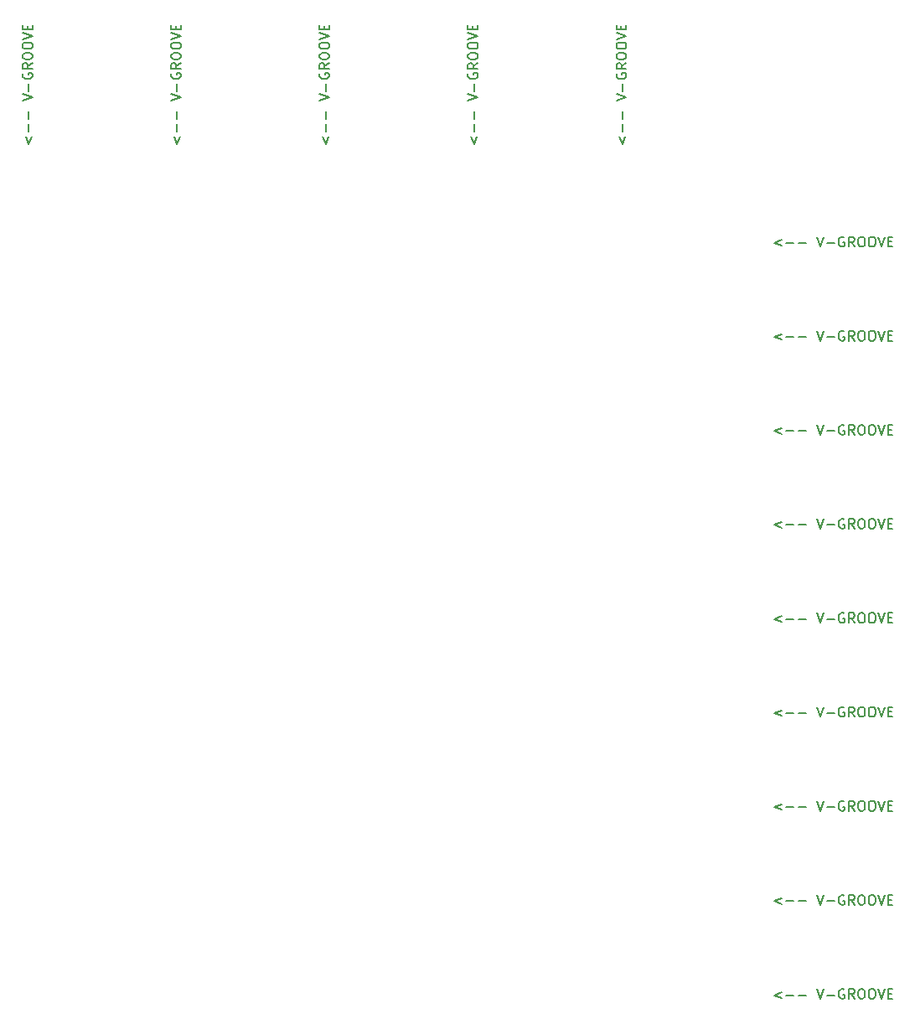
<source format=gbr>
G04 #@! TF.GenerationSoftware,KiCad,Pcbnew,(5.1.0)-1*
G04 #@! TF.CreationDate,2020-07-15T16:06:44-04:00*
G04 #@! TF.ProjectId,Breakout Panelized,42726561-6b6f-4757-9420-50616e656c69,rev?*
G04 #@! TF.SameCoordinates,Original*
G04 #@! TF.FileFunction,Other,Comment*
%FSLAX46Y46*%
G04 Gerber Fmt 4.6, Leading zero omitted, Abs format (unit mm)*
G04 Created by KiCad (PCBNEW (5.1.0)-1) date 2020-07-15 16:06:44*
%MOMM*%
%LPD*%
G04 APERTURE LIST*
%ADD10C,0.150000*%
G04 APERTURE END LIST*
D10*
X160360714Y-52614285D02*
X160646428Y-53376190D01*
X160932142Y-52614285D01*
X160646428Y-52138095D02*
X160646428Y-51376190D01*
X160646428Y-50900000D02*
X160646428Y-50138095D01*
X160027380Y-49042857D02*
X161027380Y-48709523D01*
X160027380Y-48376190D01*
X160646428Y-48042857D02*
X160646428Y-47280952D01*
X160075000Y-46280952D02*
X160027380Y-46376190D01*
X160027380Y-46519047D01*
X160075000Y-46661904D01*
X160170238Y-46757142D01*
X160265476Y-46804761D01*
X160455952Y-46852380D01*
X160598809Y-46852380D01*
X160789285Y-46804761D01*
X160884523Y-46757142D01*
X160979761Y-46661904D01*
X161027380Y-46519047D01*
X161027380Y-46423809D01*
X160979761Y-46280952D01*
X160932142Y-46233333D01*
X160598809Y-46233333D01*
X160598809Y-46423809D01*
X161027380Y-45233333D02*
X160551190Y-45566666D01*
X161027380Y-45804761D02*
X160027380Y-45804761D01*
X160027380Y-45423809D01*
X160075000Y-45328571D01*
X160122619Y-45280952D01*
X160217857Y-45233333D01*
X160360714Y-45233333D01*
X160455952Y-45280952D01*
X160503571Y-45328571D01*
X160551190Y-45423809D01*
X160551190Y-45804761D01*
X160027380Y-44614285D02*
X160027380Y-44423809D01*
X160075000Y-44328571D01*
X160170238Y-44233333D01*
X160360714Y-44185714D01*
X160694047Y-44185714D01*
X160884523Y-44233333D01*
X160979761Y-44328571D01*
X161027380Y-44423809D01*
X161027380Y-44614285D01*
X160979761Y-44709523D01*
X160884523Y-44804761D01*
X160694047Y-44852380D01*
X160360714Y-44852380D01*
X160170238Y-44804761D01*
X160075000Y-44709523D01*
X160027380Y-44614285D01*
X160027380Y-43566666D02*
X160027380Y-43376190D01*
X160075000Y-43280952D01*
X160170238Y-43185714D01*
X160360714Y-43138095D01*
X160694047Y-43138095D01*
X160884523Y-43185714D01*
X160979761Y-43280952D01*
X161027380Y-43376190D01*
X161027380Y-43566666D01*
X160979761Y-43661904D01*
X160884523Y-43757142D01*
X160694047Y-43804761D01*
X160360714Y-43804761D01*
X160170238Y-43757142D01*
X160075000Y-43661904D01*
X160027380Y-43566666D01*
X160027380Y-42852380D02*
X161027380Y-42519047D01*
X160027380Y-42185714D01*
X160503571Y-41852380D02*
X160503571Y-41519047D01*
X161027380Y-41376190D02*
X161027380Y-41852380D01*
X160027380Y-41852380D01*
X160027380Y-41376190D01*
X130360714Y-52614285D02*
X130646428Y-53376190D01*
X130932142Y-52614285D01*
X130646428Y-52138095D02*
X130646428Y-51376190D01*
X130646428Y-50900000D02*
X130646428Y-50138095D01*
X130027380Y-49042857D02*
X131027380Y-48709523D01*
X130027380Y-48376190D01*
X130646428Y-48042857D02*
X130646428Y-47280952D01*
X130075000Y-46280952D02*
X130027380Y-46376190D01*
X130027380Y-46519047D01*
X130075000Y-46661904D01*
X130170238Y-46757142D01*
X130265476Y-46804761D01*
X130455952Y-46852380D01*
X130598809Y-46852380D01*
X130789285Y-46804761D01*
X130884523Y-46757142D01*
X130979761Y-46661904D01*
X131027380Y-46519047D01*
X131027380Y-46423809D01*
X130979761Y-46280952D01*
X130932142Y-46233333D01*
X130598809Y-46233333D01*
X130598809Y-46423809D01*
X131027380Y-45233333D02*
X130551190Y-45566666D01*
X131027380Y-45804761D02*
X130027380Y-45804761D01*
X130027380Y-45423809D01*
X130075000Y-45328571D01*
X130122619Y-45280952D01*
X130217857Y-45233333D01*
X130360714Y-45233333D01*
X130455952Y-45280952D01*
X130503571Y-45328571D01*
X130551190Y-45423809D01*
X130551190Y-45804761D01*
X130027380Y-44614285D02*
X130027380Y-44423809D01*
X130075000Y-44328571D01*
X130170238Y-44233333D01*
X130360714Y-44185714D01*
X130694047Y-44185714D01*
X130884523Y-44233333D01*
X130979761Y-44328571D01*
X131027380Y-44423809D01*
X131027380Y-44614285D01*
X130979761Y-44709523D01*
X130884523Y-44804761D01*
X130694047Y-44852380D01*
X130360714Y-44852380D01*
X130170238Y-44804761D01*
X130075000Y-44709523D01*
X130027380Y-44614285D01*
X130027380Y-43566666D02*
X130027380Y-43376190D01*
X130075000Y-43280952D01*
X130170238Y-43185714D01*
X130360714Y-43138095D01*
X130694047Y-43138095D01*
X130884523Y-43185714D01*
X130979761Y-43280952D01*
X131027380Y-43376190D01*
X131027380Y-43566666D01*
X130979761Y-43661904D01*
X130884523Y-43757142D01*
X130694047Y-43804761D01*
X130360714Y-43804761D01*
X130170238Y-43757142D01*
X130075000Y-43661904D01*
X130027380Y-43566666D01*
X130027380Y-42852380D02*
X131027380Y-42519047D01*
X130027380Y-42185714D01*
X130503571Y-41852380D02*
X130503571Y-41519047D01*
X131027380Y-41376190D02*
X131027380Y-41852380D01*
X130027380Y-41852380D01*
X130027380Y-41376190D01*
X145360714Y-52614285D02*
X145646428Y-53376190D01*
X145932142Y-52614285D01*
X145646428Y-52138095D02*
X145646428Y-51376190D01*
X145646428Y-50900000D02*
X145646428Y-50138095D01*
X145027380Y-49042857D02*
X146027380Y-48709523D01*
X145027380Y-48376190D01*
X145646428Y-48042857D02*
X145646428Y-47280952D01*
X145075000Y-46280952D02*
X145027380Y-46376190D01*
X145027380Y-46519047D01*
X145075000Y-46661904D01*
X145170238Y-46757142D01*
X145265476Y-46804761D01*
X145455952Y-46852380D01*
X145598809Y-46852380D01*
X145789285Y-46804761D01*
X145884523Y-46757142D01*
X145979761Y-46661904D01*
X146027380Y-46519047D01*
X146027380Y-46423809D01*
X145979761Y-46280952D01*
X145932142Y-46233333D01*
X145598809Y-46233333D01*
X145598809Y-46423809D01*
X146027380Y-45233333D02*
X145551190Y-45566666D01*
X146027380Y-45804761D02*
X145027380Y-45804761D01*
X145027380Y-45423809D01*
X145075000Y-45328571D01*
X145122619Y-45280952D01*
X145217857Y-45233333D01*
X145360714Y-45233333D01*
X145455952Y-45280952D01*
X145503571Y-45328571D01*
X145551190Y-45423809D01*
X145551190Y-45804761D01*
X145027380Y-44614285D02*
X145027380Y-44423809D01*
X145075000Y-44328571D01*
X145170238Y-44233333D01*
X145360714Y-44185714D01*
X145694047Y-44185714D01*
X145884523Y-44233333D01*
X145979761Y-44328571D01*
X146027380Y-44423809D01*
X146027380Y-44614285D01*
X145979761Y-44709523D01*
X145884523Y-44804761D01*
X145694047Y-44852380D01*
X145360714Y-44852380D01*
X145170238Y-44804761D01*
X145075000Y-44709523D01*
X145027380Y-44614285D01*
X145027380Y-43566666D02*
X145027380Y-43376190D01*
X145075000Y-43280952D01*
X145170238Y-43185714D01*
X145360714Y-43138095D01*
X145694047Y-43138095D01*
X145884523Y-43185714D01*
X145979761Y-43280952D01*
X146027380Y-43376190D01*
X146027380Y-43566666D01*
X145979761Y-43661904D01*
X145884523Y-43757142D01*
X145694047Y-43804761D01*
X145360714Y-43804761D01*
X145170238Y-43757142D01*
X145075000Y-43661904D01*
X145027380Y-43566666D01*
X145027380Y-42852380D02*
X146027380Y-42519047D01*
X145027380Y-42185714D01*
X145503571Y-41852380D02*
X145503571Y-41519047D01*
X146027380Y-41376190D02*
X146027380Y-41852380D01*
X145027380Y-41852380D01*
X145027380Y-41376190D01*
X115360714Y-52614285D02*
X115646428Y-53376190D01*
X115932142Y-52614285D01*
X115646428Y-52138095D02*
X115646428Y-51376190D01*
X115646428Y-50900000D02*
X115646428Y-50138095D01*
X115027380Y-49042857D02*
X116027380Y-48709523D01*
X115027380Y-48376190D01*
X115646428Y-48042857D02*
X115646428Y-47280952D01*
X115075000Y-46280952D02*
X115027380Y-46376190D01*
X115027380Y-46519047D01*
X115075000Y-46661904D01*
X115170238Y-46757142D01*
X115265476Y-46804761D01*
X115455952Y-46852380D01*
X115598809Y-46852380D01*
X115789285Y-46804761D01*
X115884523Y-46757142D01*
X115979761Y-46661904D01*
X116027380Y-46519047D01*
X116027380Y-46423809D01*
X115979761Y-46280952D01*
X115932142Y-46233333D01*
X115598809Y-46233333D01*
X115598809Y-46423809D01*
X116027380Y-45233333D02*
X115551190Y-45566666D01*
X116027380Y-45804761D02*
X115027380Y-45804761D01*
X115027380Y-45423809D01*
X115075000Y-45328571D01*
X115122619Y-45280952D01*
X115217857Y-45233333D01*
X115360714Y-45233333D01*
X115455952Y-45280952D01*
X115503571Y-45328571D01*
X115551190Y-45423809D01*
X115551190Y-45804761D01*
X115027380Y-44614285D02*
X115027380Y-44423809D01*
X115075000Y-44328571D01*
X115170238Y-44233333D01*
X115360714Y-44185714D01*
X115694047Y-44185714D01*
X115884523Y-44233333D01*
X115979761Y-44328571D01*
X116027380Y-44423809D01*
X116027380Y-44614285D01*
X115979761Y-44709523D01*
X115884523Y-44804761D01*
X115694047Y-44852380D01*
X115360714Y-44852380D01*
X115170238Y-44804761D01*
X115075000Y-44709523D01*
X115027380Y-44614285D01*
X115027380Y-43566666D02*
X115027380Y-43376190D01*
X115075000Y-43280952D01*
X115170238Y-43185714D01*
X115360714Y-43138095D01*
X115694047Y-43138095D01*
X115884523Y-43185714D01*
X115979761Y-43280952D01*
X116027380Y-43376190D01*
X116027380Y-43566666D01*
X115979761Y-43661904D01*
X115884523Y-43757142D01*
X115694047Y-43804761D01*
X115360714Y-43804761D01*
X115170238Y-43757142D01*
X115075000Y-43661904D01*
X115027380Y-43566666D01*
X115027380Y-42852380D02*
X116027380Y-42519047D01*
X115027380Y-42185714D01*
X115503571Y-41852380D02*
X115503571Y-41519047D01*
X116027380Y-41376190D02*
X116027380Y-41852380D01*
X115027380Y-41852380D01*
X115027380Y-41376190D01*
X100360714Y-52614285D02*
X100646428Y-53376190D01*
X100932142Y-52614285D01*
X100646428Y-52138095D02*
X100646428Y-51376190D01*
X100646428Y-50900000D02*
X100646428Y-50138095D01*
X100027380Y-49042857D02*
X101027380Y-48709523D01*
X100027380Y-48376190D01*
X100646428Y-48042857D02*
X100646428Y-47280952D01*
X100075000Y-46280952D02*
X100027380Y-46376190D01*
X100027380Y-46519047D01*
X100075000Y-46661904D01*
X100170238Y-46757142D01*
X100265476Y-46804761D01*
X100455952Y-46852380D01*
X100598809Y-46852380D01*
X100789285Y-46804761D01*
X100884523Y-46757142D01*
X100979761Y-46661904D01*
X101027380Y-46519047D01*
X101027380Y-46423809D01*
X100979761Y-46280952D01*
X100932142Y-46233333D01*
X100598809Y-46233333D01*
X100598809Y-46423809D01*
X101027380Y-45233333D02*
X100551190Y-45566666D01*
X101027380Y-45804761D02*
X100027380Y-45804761D01*
X100027380Y-45423809D01*
X100075000Y-45328571D01*
X100122619Y-45280952D01*
X100217857Y-45233333D01*
X100360714Y-45233333D01*
X100455952Y-45280952D01*
X100503571Y-45328571D01*
X100551190Y-45423809D01*
X100551190Y-45804761D01*
X100027380Y-44614285D02*
X100027380Y-44423809D01*
X100075000Y-44328571D01*
X100170238Y-44233333D01*
X100360714Y-44185714D01*
X100694047Y-44185714D01*
X100884523Y-44233333D01*
X100979761Y-44328571D01*
X101027380Y-44423809D01*
X101027380Y-44614285D01*
X100979761Y-44709523D01*
X100884523Y-44804761D01*
X100694047Y-44852380D01*
X100360714Y-44852380D01*
X100170238Y-44804761D01*
X100075000Y-44709523D01*
X100027380Y-44614285D01*
X100027380Y-43566666D02*
X100027380Y-43376190D01*
X100075000Y-43280952D01*
X100170238Y-43185714D01*
X100360714Y-43138095D01*
X100694047Y-43138095D01*
X100884523Y-43185714D01*
X100979761Y-43280952D01*
X101027380Y-43376190D01*
X101027380Y-43566666D01*
X100979761Y-43661904D01*
X100884523Y-43757142D01*
X100694047Y-43804761D01*
X100360714Y-43804761D01*
X100170238Y-43757142D01*
X100075000Y-43661904D01*
X100027380Y-43566666D01*
X100027380Y-42852380D02*
X101027380Y-42519047D01*
X100027380Y-42185714D01*
X100503571Y-41852380D02*
X100503571Y-41519047D01*
X101027380Y-41376190D02*
X101027380Y-41852380D01*
X100027380Y-41852380D01*
X100027380Y-41376190D01*
X176710714Y-139110714D02*
X175948809Y-139396428D01*
X176710714Y-139682142D01*
X177186904Y-139396428D02*
X177948809Y-139396428D01*
X178425000Y-139396428D02*
X179186904Y-139396428D01*
X180282142Y-138777380D02*
X180615476Y-139777380D01*
X180948809Y-138777380D01*
X181282142Y-139396428D02*
X182044047Y-139396428D01*
X183044047Y-138825000D02*
X182948809Y-138777380D01*
X182805952Y-138777380D01*
X182663095Y-138825000D01*
X182567857Y-138920238D01*
X182520238Y-139015476D01*
X182472619Y-139205952D01*
X182472619Y-139348809D01*
X182520238Y-139539285D01*
X182567857Y-139634523D01*
X182663095Y-139729761D01*
X182805952Y-139777380D01*
X182901190Y-139777380D01*
X183044047Y-139729761D01*
X183091666Y-139682142D01*
X183091666Y-139348809D01*
X182901190Y-139348809D01*
X184091666Y-139777380D02*
X183758333Y-139301190D01*
X183520238Y-139777380D02*
X183520238Y-138777380D01*
X183901190Y-138777380D01*
X183996428Y-138825000D01*
X184044047Y-138872619D01*
X184091666Y-138967857D01*
X184091666Y-139110714D01*
X184044047Y-139205952D01*
X183996428Y-139253571D01*
X183901190Y-139301190D01*
X183520238Y-139301190D01*
X184710714Y-138777380D02*
X184901190Y-138777380D01*
X184996428Y-138825000D01*
X185091666Y-138920238D01*
X185139285Y-139110714D01*
X185139285Y-139444047D01*
X185091666Y-139634523D01*
X184996428Y-139729761D01*
X184901190Y-139777380D01*
X184710714Y-139777380D01*
X184615476Y-139729761D01*
X184520238Y-139634523D01*
X184472619Y-139444047D01*
X184472619Y-139110714D01*
X184520238Y-138920238D01*
X184615476Y-138825000D01*
X184710714Y-138777380D01*
X185758333Y-138777380D02*
X185948809Y-138777380D01*
X186044047Y-138825000D01*
X186139285Y-138920238D01*
X186186904Y-139110714D01*
X186186904Y-139444047D01*
X186139285Y-139634523D01*
X186044047Y-139729761D01*
X185948809Y-139777380D01*
X185758333Y-139777380D01*
X185663095Y-139729761D01*
X185567857Y-139634523D01*
X185520238Y-139444047D01*
X185520238Y-139110714D01*
X185567857Y-138920238D01*
X185663095Y-138825000D01*
X185758333Y-138777380D01*
X186472619Y-138777380D02*
X186805952Y-139777380D01*
X187139285Y-138777380D01*
X187472619Y-139253571D02*
X187805952Y-139253571D01*
X187948809Y-139777380D02*
X187472619Y-139777380D01*
X187472619Y-138777380D01*
X187948809Y-138777380D01*
X176710714Y-110610714D02*
X175948809Y-110896428D01*
X176710714Y-111182142D01*
X177186904Y-110896428D02*
X177948809Y-110896428D01*
X178425000Y-110896428D02*
X179186904Y-110896428D01*
X180282142Y-110277380D02*
X180615476Y-111277380D01*
X180948809Y-110277380D01*
X181282142Y-110896428D02*
X182044047Y-110896428D01*
X183044047Y-110325000D02*
X182948809Y-110277380D01*
X182805952Y-110277380D01*
X182663095Y-110325000D01*
X182567857Y-110420238D01*
X182520238Y-110515476D01*
X182472619Y-110705952D01*
X182472619Y-110848809D01*
X182520238Y-111039285D01*
X182567857Y-111134523D01*
X182663095Y-111229761D01*
X182805952Y-111277380D01*
X182901190Y-111277380D01*
X183044047Y-111229761D01*
X183091666Y-111182142D01*
X183091666Y-110848809D01*
X182901190Y-110848809D01*
X184091666Y-111277380D02*
X183758333Y-110801190D01*
X183520238Y-111277380D02*
X183520238Y-110277380D01*
X183901190Y-110277380D01*
X183996428Y-110325000D01*
X184044047Y-110372619D01*
X184091666Y-110467857D01*
X184091666Y-110610714D01*
X184044047Y-110705952D01*
X183996428Y-110753571D01*
X183901190Y-110801190D01*
X183520238Y-110801190D01*
X184710714Y-110277380D02*
X184901190Y-110277380D01*
X184996428Y-110325000D01*
X185091666Y-110420238D01*
X185139285Y-110610714D01*
X185139285Y-110944047D01*
X185091666Y-111134523D01*
X184996428Y-111229761D01*
X184901190Y-111277380D01*
X184710714Y-111277380D01*
X184615476Y-111229761D01*
X184520238Y-111134523D01*
X184472619Y-110944047D01*
X184472619Y-110610714D01*
X184520238Y-110420238D01*
X184615476Y-110325000D01*
X184710714Y-110277380D01*
X185758333Y-110277380D02*
X185948809Y-110277380D01*
X186044047Y-110325000D01*
X186139285Y-110420238D01*
X186186904Y-110610714D01*
X186186904Y-110944047D01*
X186139285Y-111134523D01*
X186044047Y-111229761D01*
X185948809Y-111277380D01*
X185758333Y-111277380D01*
X185663095Y-111229761D01*
X185567857Y-111134523D01*
X185520238Y-110944047D01*
X185520238Y-110610714D01*
X185567857Y-110420238D01*
X185663095Y-110325000D01*
X185758333Y-110277380D01*
X186472619Y-110277380D02*
X186805952Y-111277380D01*
X187139285Y-110277380D01*
X187472619Y-110753571D02*
X187805952Y-110753571D01*
X187948809Y-111277380D02*
X187472619Y-111277380D01*
X187472619Y-110277380D01*
X187948809Y-110277380D01*
X176710714Y-101110714D02*
X175948809Y-101396428D01*
X176710714Y-101682142D01*
X177186904Y-101396428D02*
X177948809Y-101396428D01*
X178425000Y-101396428D02*
X179186904Y-101396428D01*
X180282142Y-100777380D02*
X180615476Y-101777380D01*
X180948809Y-100777380D01*
X181282142Y-101396428D02*
X182044047Y-101396428D01*
X183044047Y-100825000D02*
X182948809Y-100777380D01*
X182805952Y-100777380D01*
X182663095Y-100825000D01*
X182567857Y-100920238D01*
X182520238Y-101015476D01*
X182472619Y-101205952D01*
X182472619Y-101348809D01*
X182520238Y-101539285D01*
X182567857Y-101634523D01*
X182663095Y-101729761D01*
X182805952Y-101777380D01*
X182901190Y-101777380D01*
X183044047Y-101729761D01*
X183091666Y-101682142D01*
X183091666Y-101348809D01*
X182901190Y-101348809D01*
X184091666Y-101777380D02*
X183758333Y-101301190D01*
X183520238Y-101777380D02*
X183520238Y-100777380D01*
X183901190Y-100777380D01*
X183996428Y-100825000D01*
X184044047Y-100872619D01*
X184091666Y-100967857D01*
X184091666Y-101110714D01*
X184044047Y-101205952D01*
X183996428Y-101253571D01*
X183901190Y-101301190D01*
X183520238Y-101301190D01*
X184710714Y-100777380D02*
X184901190Y-100777380D01*
X184996428Y-100825000D01*
X185091666Y-100920238D01*
X185139285Y-101110714D01*
X185139285Y-101444047D01*
X185091666Y-101634523D01*
X184996428Y-101729761D01*
X184901190Y-101777380D01*
X184710714Y-101777380D01*
X184615476Y-101729761D01*
X184520238Y-101634523D01*
X184472619Y-101444047D01*
X184472619Y-101110714D01*
X184520238Y-100920238D01*
X184615476Y-100825000D01*
X184710714Y-100777380D01*
X185758333Y-100777380D02*
X185948809Y-100777380D01*
X186044047Y-100825000D01*
X186139285Y-100920238D01*
X186186904Y-101110714D01*
X186186904Y-101444047D01*
X186139285Y-101634523D01*
X186044047Y-101729761D01*
X185948809Y-101777380D01*
X185758333Y-101777380D01*
X185663095Y-101729761D01*
X185567857Y-101634523D01*
X185520238Y-101444047D01*
X185520238Y-101110714D01*
X185567857Y-100920238D01*
X185663095Y-100825000D01*
X185758333Y-100777380D01*
X186472619Y-100777380D02*
X186805952Y-101777380D01*
X187139285Y-100777380D01*
X187472619Y-101253571D02*
X187805952Y-101253571D01*
X187948809Y-101777380D02*
X187472619Y-101777380D01*
X187472619Y-100777380D01*
X187948809Y-100777380D01*
X176710714Y-120110714D02*
X175948809Y-120396428D01*
X176710714Y-120682142D01*
X177186904Y-120396428D02*
X177948809Y-120396428D01*
X178425000Y-120396428D02*
X179186904Y-120396428D01*
X180282142Y-119777380D02*
X180615476Y-120777380D01*
X180948809Y-119777380D01*
X181282142Y-120396428D02*
X182044047Y-120396428D01*
X183044047Y-119825000D02*
X182948809Y-119777380D01*
X182805952Y-119777380D01*
X182663095Y-119825000D01*
X182567857Y-119920238D01*
X182520238Y-120015476D01*
X182472619Y-120205952D01*
X182472619Y-120348809D01*
X182520238Y-120539285D01*
X182567857Y-120634523D01*
X182663095Y-120729761D01*
X182805952Y-120777380D01*
X182901190Y-120777380D01*
X183044047Y-120729761D01*
X183091666Y-120682142D01*
X183091666Y-120348809D01*
X182901190Y-120348809D01*
X184091666Y-120777380D02*
X183758333Y-120301190D01*
X183520238Y-120777380D02*
X183520238Y-119777380D01*
X183901190Y-119777380D01*
X183996428Y-119825000D01*
X184044047Y-119872619D01*
X184091666Y-119967857D01*
X184091666Y-120110714D01*
X184044047Y-120205952D01*
X183996428Y-120253571D01*
X183901190Y-120301190D01*
X183520238Y-120301190D01*
X184710714Y-119777380D02*
X184901190Y-119777380D01*
X184996428Y-119825000D01*
X185091666Y-119920238D01*
X185139285Y-120110714D01*
X185139285Y-120444047D01*
X185091666Y-120634523D01*
X184996428Y-120729761D01*
X184901190Y-120777380D01*
X184710714Y-120777380D01*
X184615476Y-120729761D01*
X184520238Y-120634523D01*
X184472619Y-120444047D01*
X184472619Y-120110714D01*
X184520238Y-119920238D01*
X184615476Y-119825000D01*
X184710714Y-119777380D01*
X185758333Y-119777380D02*
X185948809Y-119777380D01*
X186044047Y-119825000D01*
X186139285Y-119920238D01*
X186186904Y-120110714D01*
X186186904Y-120444047D01*
X186139285Y-120634523D01*
X186044047Y-120729761D01*
X185948809Y-120777380D01*
X185758333Y-120777380D01*
X185663095Y-120729761D01*
X185567857Y-120634523D01*
X185520238Y-120444047D01*
X185520238Y-120110714D01*
X185567857Y-119920238D01*
X185663095Y-119825000D01*
X185758333Y-119777380D01*
X186472619Y-119777380D02*
X186805952Y-120777380D01*
X187139285Y-119777380D01*
X187472619Y-120253571D02*
X187805952Y-120253571D01*
X187948809Y-120777380D02*
X187472619Y-120777380D01*
X187472619Y-119777380D01*
X187948809Y-119777380D01*
X176710714Y-129610714D02*
X175948809Y-129896428D01*
X176710714Y-130182142D01*
X177186904Y-129896428D02*
X177948809Y-129896428D01*
X178425000Y-129896428D02*
X179186904Y-129896428D01*
X180282142Y-129277380D02*
X180615476Y-130277380D01*
X180948809Y-129277380D01*
X181282142Y-129896428D02*
X182044047Y-129896428D01*
X183044047Y-129325000D02*
X182948809Y-129277380D01*
X182805952Y-129277380D01*
X182663095Y-129325000D01*
X182567857Y-129420238D01*
X182520238Y-129515476D01*
X182472619Y-129705952D01*
X182472619Y-129848809D01*
X182520238Y-130039285D01*
X182567857Y-130134523D01*
X182663095Y-130229761D01*
X182805952Y-130277380D01*
X182901190Y-130277380D01*
X183044047Y-130229761D01*
X183091666Y-130182142D01*
X183091666Y-129848809D01*
X182901190Y-129848809D01*
X184091666Y-130277380D02*
X183758333Y-129801190D01*
X183520238Y-130277380D02*
X183520238Y-129277380D01*
X183901190Y-129277380D01*
X183996428Y-129325000D01*
X184044047Y-129372619D01*
X184091666Y-129467857D01*
X184091666Y-129610714D01*
X184044047Y-129705952D01*
X183996428Y-129753571D01*
X183901190Y-129801190D01*
X183520238Y-129801190D01*
X184710714Y-129277380D02*
X184901190Y-129277380D01*
X184996428Y-129325000D01*
X185091666Y-129420238D01*
X185139285Y-129610714D01*
X185139285Y-129944047D01*
X185091666Y-130134523D01*
X184996428Y-130229761D01*
X184901190Y-130277380D01*
X184710714Y-130277380D01*
X184615476Y-130229761D01*
X184520238Y-130134523D01*
X184472619Y-129944047D01*
X184472619Y-129610714D01*
X184520238Y-129420238D01*
X184615476Y-129325000D01*
X184710714Y-129277380D01*
X185758333Y-129277380D02*
X185948809Y-129277380D01*
X186044047Y-129325000D01*
X186139285Y-129420238D01*
X186186904Y-129610714D01*
X186186904Y-129944047D01*
X186139285Y-130134523D01*
X186044047Y-130229761D01*
X185948809Y-130277380D01*
X185758333Y-130277380D01*
X185663095Y-130229761D01*
X185567857Y-130134523D01*
X185520238Y-129944047D01*
X185520238Y-129610714D01*
X185567857Y-129420238D01*
X185663095Y-129325000D01*
X185758333Y-129277380D01*
X186472619Y-129277380D02*
X186805952Y-130277380D01*
X187139285Y-129277380D01*
X187472619Y-129753571D02*
X187805952Y-129753571D01*
X187948809Y-130277380D02*
X187472619Y-130277380D01*
X187472619Y-129277380D01*
X187948809Y-129277380D01*
X176710714Y-91610714D02*
X175948809Y-91896428D01*
X176710714Y-92182142D01*
X177186904Y-91896428D02*
X177948809Y-91896428D01*
X178425000Y-91896428D02*
X179186904Y-91896428D01*
X180282142Y-91277380D02*
X180615476Y-92277380D01*
X180948809Y-91277380D01*
X181282142Y-91896428D02*
X182044047Y-91896428D01*
X183044047Y-91325000D02*
X182948809Y-91277380D01*
X182805952Y-91277380D01*
X182663095Y-91325000D01*
X182567857Y-91420238D01*
X182520238Y-91515476D01*
X182472619Y-91705952D01*
X182472619Y-91848809D01*
X182520238Y-92039285D01*
X182567857Y-92134523D01*
X182663095Y-92229761D01*
X182805952Y-92277380D01*
X182901190Y-92277380D01*
X183044047Y-92229761D01*
X183091666Y-92182142D01*
X183091666Y-91848809D01*
X182901190Y-91848809D01*
X184091666Y-92277380D02*
X183758333Y-91801190D01*
X183520238Y-92277380D02*
X183520238Y-91277380D01*
X183901190Y-91277380D01*
X183996428Y-91325000D01*
X184044047Y-91372619D01*
X184091666Y-91467857D01*
X184091666Y-91610714D01*
X184044047Y-91705952D01*
X183996428Y-91753571D01*
X183901190Y-91801190D01*
X183520238Y-91801190D01*
X184710714Y-91277380D02*
X184901190Y-91277380D01*
X184996428Y-91325000D01*
X185091666Y-91420238D01*
X185139285Y-91610714D01*
X185139285Y-91944047D01*
X185091666Y-92134523D01*
X184996428Y-92229761D01*
X184901190Y-92277380D01*
X184710714Y-92277380D01*
X184615476Y-92229761D01*
X184520238Y-92134523D01*
X184472619Y-91944047D01*
X184472619Y-91610714D01*
X184520238Y-91420238D01*
X184615476Y-91325000D01*
X184710714Y-91277380D01*
X185758333Y-91277380D02*
X185948809Y-91277380D01*
X186044047Y-91325000D01*
X186139285Y-91420238D01*
X186186904Y-91610714D01*
X186186904Y-91944047D01*
X186139285Y-92134523D01*
X186044047Y-92229761D01*
X185948809Y-92277380D01*
X185758333Y-92277380D01*
X185663095Y-92229761D01*
X185567857Y-92134523D01*
X185520238Y-91944047D01*
X185520238Y-91610714D01*
X185567857Y-91420238D01*
X185663095Y-91325000D01*
X185758333Y-91277380D01*
X186472619Y-91277380D02*
X186805952Y-92277380D01*
X187139285Y-91277380D01*
X187472619Y-91753571D02*
X187805952Y-91753571D01*
X187948809Y-92277380D02*
X187472619Y-92277380D01*
X187472619Y-91277380D01*
X187948809Y-91277380D01*
X176710714Y-82110714D02*
X175948809Y-82396428D01*
X176710714Y-82682142D01*
X177186904Y-82396428D02*
X177948809Y-82396428D01*
X178425000Y-82396428D02*
X179186904Y-82396428D01*
X180282142Y-81777380D02*
X180615476Y-82777380D01*
X180948809Y-81777380D01*
X181282142Y-82396428D02*
X182044047Y-82396428D01*
X183044047Y-81825000D02*
X182948809Y-81777380D01*
X182805952Y-81777380D01*
X182663095Y-81825000D01*
X182567857Y-81920238D01*
X182520238Y-82015476D01*
X182472619Y-82205952D01*
X182472619Y-82348809D01*
X182520238Y-82539285D01*
X182567857Y-82634523D01*
X182663095Y-82729761D01*
X182805952Y-82777380D01*
X182901190Y-82777380D01*
X183044047Y-82729761D01*
X183091666Y-82682142D01*
X183091666Y-82348809D01*
X182901190Y-82348809D01*
X184091666Y-82777380D02*
X183758333Y-82301190D01*
X183520238Y-82777380D02*
X183520238Y-81777380D01*
X183901190Y-81777380D01*
X183996428Y-81825000D01*
X184044047Y-81872619D01*
X184091666Y-81967857D01*
X184091666Y-82110714D01*
X184044047Y-82205952D01*
X183996428Y-82253571D01*
X183901190Y-82301190D01*
X183520238Y-82301190D01*
X184710714Y-81777380D02*
X184901190Y-81777380D01*
X184996428Y-81825000D01*
X185091666Y-81920238D01*
X185139285Y-82110714D01*
X185139285Y-82444047D01*
X185091666Y-82634523D01*
X184996428Y-82729761D01*
X184901190Y-82777380D01*
X184710714Y-82777380D01*
X184615476Y-82729761D01*
X184520238Y-82634523D01*
X184472619Y-82444047D01*
X184472619Y-82110714D01*
X184520238Y-81920238D01*
X184615476Y-81825000D01*
X184710714Y-81777380D01*
X185758333Y-81777380D02*
X185948809Y-81777380D01*
X186044047Y-81825000D01*
X186139285Y-81920238D01*
X186186904Y-82110714D01*
X186186904Y-82444047D01*
X186139285Y-82634523D01*
X186044047Y-82729761D01*
X185948809Y-82777380D01*
X185758333Y-82777380D01*
X185663095Y-82729761D01*
X185567857Y-82634523D01*
X185520238Y-82444047D01*
X185520238Y-82110714D01*
X185567857Y-81920238D01*
X185663095Y-81825000D01*
X185758333Y-81777380D01*
X186472619Y-81777380D02*
X186805952Y-82777380D01*
X187139285Y-81777380D01*
X187472619Y-82253571D02*
X187805952Y-82253571D01*
X187948809Y-82777380D02*
X187472619Y-82777380D01*
X187472619Y-81777380D01*
X187948809Y-81777380D01*
X176710714Y-72610714D02*
X175948809Y-72896428D01*
X176710714Y-73182142D01*
X177186904Y-72896428D02*
X177948809Y-72896428D01*
X178425000Y-72896428D02*
X179186904Y-72896428D01*
X180282142Y-72277380D02*
X180615476Y-73277380D01*
X180948809Y-72277380D01*
X181282142Y-72896428D02*
X182044047Y-72896428D01*
X183044047Y-72325000D02*
X182948809Y-72277380D01*
X182805952Y-72277380D01*
X182663095Y-72325000D01*
X182567857Y-72420238D01*
X182520238Y-72515476D01*
X182472619Y-72705952D01*
X182472619Y-72848809D01*
X182520238Y-73039285D01*
X182567857Y-73134523D01*
X182663095Y-73229761D01*
X182805952Y-73277380D01*
X182901190Y-73277380D01*
X183044047Y-73229761D01*
X183091666Y-73182142D01*
X183091666Y-72848809D01*
X182901190Y-72848809D01*
X184091666Y-73277380D02*
X183758333Y-72801190D01*
X183520238Y-73277380D02*
X183520238Y-72277380D01*
X183901190Y-72277380D01*
X183996428Y-72325000D01*
X184044047Y-72372619D01*
X184091666Y-72467857D01*
X184091666Y-72610714D01*
X184044047Y-72705952D01*
X183996428Y-72753571D01*
X183901190Y-72801190D01*
X183520238Y-72801190D01*
X184710714Y-72277380D02*
X184901190Y-72277380D01*
X184996428Y-72325000D01*
X185091666Y-72420238D01*
X185139285Y-72610714D01*
X185139285Y-72944047D01*
X185091666Y-73134523D01*
X184996428Y-73229761D01*
X184901190Y-73277380D01*
X184710714Y-73277380D01*
X184615476Y-73229761D01*
X184520238Y-73134523D01*
X184472619Y-72944047D01*
X184472619Y-72610714D01*
X184520238Y-72420238D01*
X184615476Y-72325000D01*
X184710714Y-72277380D01*
X185758333Y-72277380D02*
X185948809Y-72277380D01*
X186044047Y-72325000D01*
X186139285Y-72420238D01*
X186186904Y-72610714D01*
X186186904Y-72944047D01*
X186139285Y-73134523D01*
X186044047Y-73229761D01*
X185948809Y-73277380D01*
X185758333Y-73277380D01*
X185663095Y-73229761D01*
X185567857Y-73134523D01*
X185520238Y-72944047D01*
X185520238Y-72610714D01*
X185567857Y-72420238D01*
X185663095Y-72325000D01*
X185758333Y-72277380D01*
X186472619Y-72277380D02*
X186805952Y-73277380D01*
X187139285Y-72277380D01*
X187472619Y-72753571D02*
X187805952Y-72753571D01*
X187948809Y-73277380D02*
X187472619Y-73277380D01*
X187472619Y-72277380D01*
X187948809Y-72277380D01*
X176710714Y-63110714D02*
X175948809Y-63396428D01*
X176710714Y-63682142D01*
X177186904Y-63396428D02*
X177948809Y-63396428D01*
X178425000Y-63396428D02*
X179186904Y-63396428D01*
X180282142Y-62777380D02*
X180615476Y-63777380D01*
X180948809Y-62777380D01*
X181282142Y-63396428D02*
X182044047Y-63396428D01*
X183044047Y-62825000D02*
X182948809Y-62777380D01*
X182805952Y-62777380D01*
X182663095Y-62825000D01*
X182567857Y-62920238D01*
X182520238Y-63015476D01*
X182472619Y-63205952D01*
X182472619Y-63348809D01*
X182520238Y-63539285D01*
X182567857Y-63634523D01*
X182663095Y-63729761D01*
X182805952Y-63777380D01*
X182901190Y-63777380D01*
X183044047Y-63729761D01*
X183091666Y-63682142D01*
X183091666Y-63348809D01*
X182901190Y-63348809D01*
X184091666Y-63777380D02*
X183758333Y-63301190D01*
X183520238Y-63777380D02*
X183520238Y-62777380D01*
X183901190Y-62777380D01*
X183996428Y-62825000D01*
X184044047Y-62872619D01*
X184091666Y-62967857D01*
X184091666Y-63110714D01*
X184044047Y-63205952D01*
X183996428Y-63253571D01*
X183901190Y-63301190D01*
X183520238Y-63301190D01*
X184710714Y-62777380D02*
X184901190Y-62777380D01*
X184996428Y-62825000D01*
X185091666Y-62920238D01*
X185139285Y-63110714D01*
X185139285Y-63444047D01*
X185091666Y-63634523D01*
X184996428Y-63729761D01*
X184901190Y-63777380D01*
X184710714Y-63777380D01*
X184615476Y-63729761D01*
X184520238Y-63634523D01*
X184472619Y-63444047D01*
X184472619Y-63110714D01*
X184520238Y-62920238D01*
X184615476Y-62825000D01*
X184710714Y-62777380D01*
X185758333Y-62777380D02*
X185948809Y-62777380D01*
X186044047Y-62825000D01*
X186139285Y-62920238D01*
X186186904Y-63110714D01*
X186186904Y-63444047D01*
X186139285Y-63634523D01*
X186044047Y-63729761D01*
X185948809Y-63777380D01*
X185758333Y-63777380D01*
X185663095Y-63729761D01*
X185567857Y-63634523D01*
X185520238Y-63444047D01*
X185520238Y-63110714D01*
X185567857Y-62920238D01*
X185663095Y-62825000D01*
X185758333Y-62777380D01*
X186472619Y-62777380D02*
X186805952Y-63777380D01*
X187139285Y-62777380D01*
X187472619Y-63253571D02*
X187805952Y-63253571D01*
X187948809Y-63777380D02*
X187472619Y-63777380D01*
X187472619Y-62777380D01*
X187948809Y-62777380D01*
M02*

</source>
